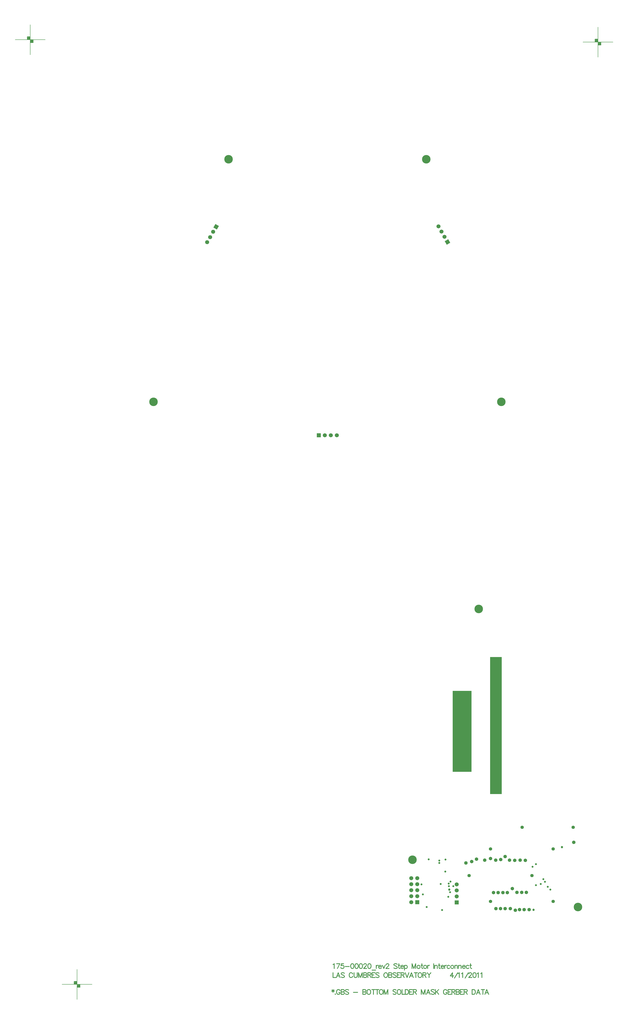
<source format=gbs>
%FSLAX23Y23*%
%MOIN*%
G70*
G01*
G75*
G04 Layer_Color=16711935*
%ADD10R,0.050X0.050*%
%ADD11R,0.022X0.085*%
%ADD12R,0.030X0.125*%
%ADD13O,0.069X0.012*%
%ADD14R,0.071X0.075*%
%ADD15O,0.024X0.010*%
%ADD16R,0.050X0.050*%
%ADD17C,0.010*%
%ADD18C,0.025*%
%ADD19C,0.030*%
%ADD20C,0.020*%
%ADD21C,0.005*%
%ADD22C,0.012*%
%ADD23C,0.008*%
%ADD24C,0.012*%
%ADD25C,0.012*%
%ADD26R,0.059X0.059*%
%ADD27C,0.059*%
%ADD28P,0.084X4X285.0*%
%ADD29C,0.047*%
%ADD30C,0.024*%
%ADD31R,0.059X0.059*%
%ADD32P,0.084X4X165.0*%
%ADD33C,0.134*%
%ADD34C,0.030*%
%ADD35C,0.050*%
%ADD36C,0.075*%
%ADD37C,0.010*%
%ADD38C,0.010*%
%ADD39C,0.024*%
%ADD40C,0.008*%
%ADD41C,0.007*%
%ADD42R,0.323X0.177*%
%ADD43R,0.058X0.058*%
%ADD44R,0.030X0.093*%
%ADD45R,0.038X0.133*%
%ADD46O,0.077X0.020*%
%ADD47R,0.079X0.083*%
%ADD48O,0.032X0.018*%
%ADD49R,0.058X0.058*%
%ADD50R,0.067X0.067*%
%ADD51C,0.067*%
%ADD52P,0.095X4X285.0*%
%ADD53C,0.055*%
%ADD54C,0.032*%
%ADD55R,0.067X0.067*%
%ADD56P,0.095X4X165.0*%
%ADD57C,0.142*%
%ADD58C,0.038*%
%ADD59C,0.058*%
%ADD60R,0.315X1.346*%
%ADD61R,0.196X2.281*%
D22*
X39060Y19499D02*
Y19453D01*
X39041Y19488D02*
X39079Y19465D01*
Y19488D02*
X39041Y19465D01*
X39099Y19427D02*
X39095Y19423D01*
X39099Y19419D01*
X39103Y19423D01*
X39099Y19427D01*
X39177Y19480D02*
X39173Y19488D01*
X39166Y19495D01*
X39158Y19499D01*
X39143D01*
X39135Y19495D01*
X39128Y19488D01*
X39124Y19480D01*
X39120Y19469D01*
Y19450D01*
X39124Y19438D01*
X39128Y19431D01*
X39135Y19423D01*
X39143Y19419D01*
X39158D01*
X39166Y19423D01*
X39173Y19431D01*
X39177Y19438D01*
Y19450D01*
X39158D02*
X39177D01*
X39196Y19499D02*
Y19419D01*
Y19499D02*
X39230D01*
X39241Y19495D01*
X39245Y19492D01*
X39249Y19484D01*
Y19476D01*
X39245Y19469D01*
X39241Y19465D01*
X39230Y19461D01*
X39196D02*
X39230D01*
X39241Y19457D01*
X39245Y19453D01*
X39249Y19446D01*
Y19434D01*
X39245Y19427D01*
X39241Y19423D01*
X39230Y19419D01*
X39196D01*
X39320Y19488D02*
X39313Y19495D01*
X39301Y19499D01*
X39286D01*
X39274Y19495D01*
X39267Y19488D01*
Y19480D01*
X39271Y19472D01*
X39274Y19469D01*
X39282Y19465D01*
X39305Y19457D01*
X39313Y19453D01*
X39316Y19450D01*
X39320Y19442D01*
Y19431D01*
X39313Y19423D01*
X39301Y19419D01*
X39286D01*
X39274Y19423D01*
X39267Y19431D01*
X39401Y19453D02*
X39469D01*
X39556Y19499D02*
Y19419D01*
Y19499D02*
X39590D01*
X39602Y19495D01*
X39605Y19492D01*
X39609Y19484D01*
Y19476D01*
X39605Y19469D01*
X39602Y19465D01*
X39590Y19461D01*
X39556D02*
X39590D01*
X39602Y19457D01*
X39605Y19453D01*
X39609Y19446D01*
Y19434D01*
X39605Y19427D01*
X39602Y19423D01*
X39590Y19419D01*
X39556D01*
X39650Y19499D02*
X39642Y19495D01*
X39635Y19488D01*
X39631Y19480D01*
X39627Y19469D01*
Y19450D01*
X39631Y19438D01*
X39635Y19431D01*
X39642Y19423D01*
X39650Y19419D01*
X39665D01*
X39673Y19423D01*
X39680Y19431D01*
X39684Y19438D01*
X39688Y19450D01*
Y19469D01*
X39684Y19480D01*
X39680Y19488D01*
X39673Y19495D01*
X39665Y19499D01*
X39650D01*
X39733D02*
Y19419D01*
X39707Y19499D02*
X39760D01*
X39796D02*
Y19419D01*
X39770Y19499D02*
X39823D01*
X39855D02*
X39848Y19495D01*
X39840Y19488D01*
X39836Y19480D01*
X39832Y19469D01*
Y19450D01*
X39836Y19438D01*
X39840Y19431D01*
X39848Y19423D01*
X39855Y19419D01*
X39870D01*
X39878Y19423D01*
X39886Y19431D01*
X39890Y19438D01*
X39893Y19450D01*
Y19469D01*
X39890Y19480D01*
X39886Y19488D01*
X39878Y19495D01*
X39870Y19499D01*
X39855D01*
X39912D02*
Y19419D01*
Y19499D02*
X39942Y19419D01*
X39973Y19499D02*
X39942Y19419D01*
X39973Y19499D02*
Y19419D01*
X40112Y19488D02*
X40104Y19495D01*
X40093Y19499D01*
X40078D01*
X40066Y19495D01*
X40059Y19488D01*
Y19480D01*
X40062Y19472D01*
X40066Y19469D01*
X40074Y19465D01*
X40097Y19457D01*
X40104Y19453D01*
X40108Y19450D01*
X40112Y19442D01*
Y19431D01*
X40104Y19423D01*
X40093Y19419D01*
X40078D01*
X40066Y19423D01*
X40059Y19431D01*
X40153Y19499D02*
X40145Y19495D01*
X40137Y19488D01*
X40134Y19480D01*
X40130Y19469D01*
Y19450D01*
X40134Y19438D01*
X40137Y19431D01*
X40145Y19423D01*
X40153Y19419D01*
X40168D01*
X40176Y19423D01*
X40183Y19431D01*
X40187Y19438D01*
X40191Y19450D01*
Y19469D01*
X40187Y19480D01*
X40183Y19488D01*
X40176Y19495D01*
X40168Y19499D01*
X40153D01*
X40209D02*
Y19419D01*
X40255D01*
X40264Y19499D02*
Y19419D01*
Y19499D02*
X40291D01*
X40302Y19495D01*
X40310Y19488D01*
X40313Y19480D01*
X40317Y19469D01*
Y19450D01*
X40313Y19438D01*
X40310Y19431D01*
X40302Y19423D01*
X40291Y19419D01*
X40264D01*
X40385Y19499D02*
X40335D01*
Y19419D01*
X40385D01*
X40335Y19461D02*
X40366D01*
X40398Y19499D02*
Y19419D01*
Y19499D02*
X40432D01*
X40444Y19495D01*
X40448Y19492D01*
X40451Y19484D01*
Y19476D01*
X40448Y19469D01*
X40444Y19465D01*
X40432Y19461D01*
X40398D01*
X40425D02*
X40451Y19419D01*
X40532Y19499D02*
Y19419D01*
Y19499D02*
X40563Y19419D01*
X40593Y19499D02*
X40563Y19419D01*
X40593Y19499D02*
Y19419D01*
X40677D02*
X40646Y19499D01*
X40616Y19419D01*
X40627Y19446D02*
X40665D01*
X40749Y19488D02*
X40741Y19495D01*
X40730Y19499D01*
X40714D01*
X40703Y19495D01*
X40695Y19488D01*
Y19480D01*
X40699Y19472D01*
X40703Y19469D01*
X40711Y19465D01*
X40734Y19457D01*
X40741Y19453D01*
X40745Y19450D01*
X40749Y19442D01*
Y19431D01*
X40741Y19423D01*
X40730Y19419D01*
X40714D01*
X40703Y19423D01*
X40695Y19431D01*
X40767Y19499D02*
Y19419D01*
X40820Y19499D02*
X40767Y19446D01*
X40786Y19465D02*
X40820Y19419D01*
X40958Y19480D02*
X40954Y19488D01*
X40946Y19495D01*
X40939Y19499D01*
X40924D01*
X40916Y19495D01*
X40908Y19488D01*
X40905Y19480D01*
X40901Y19469D01*
Y19450D01*
X40905Y19438D01*
X40908Y19431D01*
X40916Y19423D01*
X40924Y19419D01*
X40939D01*
X40946Y19423D01*
X40954Y19431D01*
X40958Y19438D01*
Y19450D01*
X40939D02*
X40958D01*
X41026Y19499D02*
X40976D01*
Y19419D01*
X41026D01*
X40976Y19461D02*
X41007D01*
X41039Y19499D02*
Y19419D01*
Y19499D02*
X41073D01*
X41085Y19495D01*
X41089Y19492D01*
X41092Y19484D01*
Y19476D01*
X41089Y19469D01*
X41085Y19465D01*
X41073Y19461D01*
X41039D01*
X41066D02*
X41092Y19419D01*
X41110Y19499D02*
Y19419D01*
Y19499D02*
X41145D01*
X41156Y19495D01*
X41160Y19492D01*
X41164Y19484D01*
Y19476D01*
X41160Y19469D01*
X41156Y19465D01*
X41145Y19461D01*
X41110D02*
X41145D01*
X41156Y19457D01*
X41160Y19453D01*
X41164Y19446D01*
Y19434D01*
X41160Y19427D01*
X41156Y19423D01*
X41145Y19419D01*
X41110D01*
X41231Y19499D02*
X41181D01*
Y19419D01*
X41231D01*
X41181Y19461D02*
X41212D01*
X41244Y19499D02*
Y19419D01*
Y19499D02*
X41279D01*
X41290Y19495D01*
X41294Y19492D01*
X41298Y19484D01*
Y19476D01*
X41294Y19469D01*
X41290Y19465D01*
X41279Y19461D01*
X41244D01*
X41271D02*
X41298Y19419D01*
X41378Y19499D02*
Y19419D01*
Y19499D02*
X41405D01*
X41416Y19495D01*
X41424Y19488D01*
X41428Y19480D01*
X41432Y19469D01*
Y19450D01*
X41428Y19438D01*
X41424Y19431D01*
X41416Y19423D01*
X41405Y19419D01*
X41378D01*
X41511D02*
X41480Y19499D01*
X41450Y19419D01*
X41461Y19446D02*
X41499D01*
X41556Y19499D02*
Y19419D01*
X41529Y19499D02*
X41583D01*
X41653Y19419D02*
X41622Y19499D01*
X41592Y19419D01*
X41603Y19446D02*
X41642D01*
D23*
X43223Y35265D02*
X43723D01*
X43473Y35015D02*
Y35515D01*
X43423Y35265D02*
Y35315D01*
X43473D01*
X43523Y35215D02*
Y35265D01*
X43473Y35215D02*
X43523D01*
X43478Y35260D02*
X43518D01*
Y35220D02*
Y35260D01*
X43478Y35220D02*
X43518D01*
X43478D02*
Y35260D01*
X43483Y35255D02*
X43513D01*
Y35225D02*
Y35255D01*
X43483Y35225D02*
X43513D01*
X43483D02*
Y35250D01*
X43488D02*
X43508D01*
Y35230D02*
Y35250D01*
X43488Y35230D02*
X43508D01*
X43488D02*
Y35245D01*
X43493D02*
X43503D01*
Y35235D02*
Y35245D01*
X43493Y35235D02*
X43503D01*
X43493D02*
Y35245D01*
Y35240D02*
X43503D01*
X43428Y35310D02*
X43468D01*
Y35270D02*
Y35310D01*
X43428Y35270D02*
X43468D01*
X43428D02*
Y35310D01*
X43433Y35305D02*
X43463D01*
Y35275D02*
Y35305D01*
X43433Y35275D02*
X43463D01*
X43433D02*
Y35300D01*
X43438D02*
X43458D01*
Y35280D02*
Y35300D01*
X43438Y35280D02*
X43458D01*
X43438D02*
Y35295D01*
X43443D02*
X43453D01*
Y35285D02*
Y35295D01*
X43443Y35285D02*
X43453D01*
X43443D02*
Y35295D01*
Y35290D02*
X43453D01*
X34548Y19586D02*
X35048D01*
X34798Y19336D02*
Y19836D01*
X34748Y19586D02*
Y19636D01*
X34798D01*
X34848Y19536D02*
Y19586D01*
X34798Y19536D02*
X34848D01*
X34803Y19581D02*
X34843D01*
Y19541D02*
Y19581D01*
X34803Y19541D02*
X34843D01*
X34803D02*
Y19581D01*
X34808Y19576D02*
X34838D01*
Y19546D02*
Y19576D01*
X34808Y19546D02*
X34838D01*
X34808D02*
Y19571D01*
X34813D02*
X34833D01*
Y19551D02*
Y19571D01*
X34813Y19551D02*
X34833D01*
X34813D02*
Y19566D01*
X34818D02*
X34828D01*
Y19556D02*
Y19566D01*
X34818Y19556D02*
X34828D01*
X34818D02*
Y19566D01*
Y19561D02*
X34828D01*
X34753Y19631D02*
X34793D01*
Y19591D02*
Y19631D01*
X34753Y19591D02*
X34793D01*
X34753D02*
Y19631D01*
X34758Y19626D02*
X34788D01*
Y19596D02*
Y19626D01*
X34758Y19596D02*
X34788D01*
X34758D02*
Y19621D01*
X34763D02*
X34783D01*
Y19601D02*
Y19621D01*
X34763Y19601D02*
X34783D01*
X34763D02*
Y19616D01*
X34768D02*
X34778D01*
Y19606D02*
Y19616D01*
X34768Y19606D02*
X34778D01*
X34768D02*
Y19616D01*
Y19611D02*
X34778D01*
X33767Y35306D02*
X34267D01*
X34017Y35056D02*
Y35556D01*
X33967Y35306D02*
Y35356D01*
X34017D01*
X34067Y35256D02*
Y35306D01*
X34017Y35256D02*
X34067D01*
X34022Y35301D02*
X34062D01*
Y35261D02*
Y35301D01*
X34022Y35261D02*
X34062D01*
X34022D02*
Y35301D01*
X34027Y35296D02*
X34057D01*
Y35266D02*
Y35296D01*
X34027Y35266D02*
X34057D01*
X34027D02*
Y35291D01*
X34032D02*
X34052D01*
Y35271D02*
Y35291D01*
X34032Y35271D02*
X34052D01*
X34032D02*
Y35286D01*
X34037D02*
X34047D01*
Y35276D02*
Y35286D01*
X34037Y35276D02*
X34047D01*
X34037D02*
Y35286D01*
Y35281D02*
X34047D01*
X33972Y35351D02*
X34012D01*
Y35311D02*
Y35351D01*
X33972Y35311D02*
X34012D01*
X33972D02*
Y35351D01*
X33977Y35346D02*
X34007D01*
Y35316D02*
Y35346D01*
X33977Y35316D02*
X34007D01*
X33977D02*
Y35341D01*
X33982D02*
X34002D01*
Y35321D02*
Y35341D01*
X33982Y35321D02*
X34002D01*
X33982D02*
Y35336D01*
X33987D02*
X33997D01*
Y35326D02*
Y35336D01*
X33987Y35326D02*
X33997D01*
X33987D02*
Y35336D01*
Y35331D02*
X33997D01*
D24*
X39062Y19915D02*
X39069Y19918D01*
X39081Y19930D01*
Y19850D01*
X39174Y19930D02*
X39135Y19850D01*
X39120Y19930D02*
X39174D01*
X39237D02*
X39199D01*
X39195Y19895D01*
X39199Y19899D01*
X39211Y19903D01*
X39222D01*
X39233Y19899D01*
X39241Y19892D01*
X39245Y19880D01*
Y19873D01*
X39241Y19861D01*
X39233Y19854D01*
X39222Y19850D01*
X39211D01*
X39199Y19854D01*
X39195Y19857D01*
X39191Y19865D01*
X39263Y19884D02*
X39331D01*
X39378Y19930D02*
X39366Y19926D01*
X39359Y19915D01*
X39355Y19895D01*
Y19884D01*
X39359Y19865D01*
X39366Y19854D01*
X39378Y19850D01*
X39385D01*
X39397Y19854D01*
X39404Y19865D01*
X39408Y19884D01*
Y19895D01*
X39404Y19915D01*
X39397Y19926D01*
X39385Y19930D01*
X39378D01*
X39449D02*
X39438Y19926D01*
X39430Y19915D01*
X39426Y19895D01*
Y19884D01*
X39430Y19865D01*
X39438Y19854D01*
X39449Y19850D01*
X39457D01*
X39468Y19854D01*
X39476Y19865D01*
X39479Y19884D01*
Y19895D01*
X39476Y19915D01*
X39468Y19926D01*
X39457Y19930D01*
X39449D01*
X39520D02*
X39509Y19926D01*
X39501Y19915D01*
X39497Y19895D01*
Y19884D01*
X39501Y19865D01*
X39509Y19854D01*
X39520Y19850D01*
X39528D01*
X39539Y19854D01*
X39547Y19865D01*
X39551Y19884D01*
Y19895D01*
X39547Y19915D01*
X39539Y19926D01*
X39528Y19930D01*
X39520D01*
X39572Y19911D02*
Y19915D01*
X39576Y19922D01*
X39580Y19926D01*
X39588Y19930D01*
X39603D01*
X39610Y19926D01*
X39614Y19922D01*
X39618Y19915D01*
Y19907D01*
X39614Y19899D01*
X39607Y19888D01*
X39569Y19850D01*
X39622D01*
X39663Y19930D02*
X39651Y19926D01*
X39644Y19915D01*
X39640Y19895D01*
Y19884D01*
X39644Y19865D01*
X39651Y19854D01*
X39663Y19850D01*
X39670D01*
X39682Y19854D01*
X39689Y19865D01*
X39693Y19884D01*
Y19895D01*
X39689Y19915D01*
X39682Y19926D01*
X39670Y19930D01*
X39663D01*
X39711Y19823D02*
X39772D01*
X39782Y19903D02*
Y19850D01*
Y19880D02*
X39786Y19892D01*
X39794Y19899D01*
X39801Y19903D01*
X39813D01*
X39820Y19880D02*
X39866D01*
Y19888D01*
X39862Y19895D01*
X39858Y19899D01*
X39850Y19903D01*
X39839D01*
X39831Y19899D01*
X39824Y19892D01*
X39820Y19880D01*
Y19873D01*
X39824Y19861D01*
X39831Y19854D01*
X39839Y19850D01*
X39850D01*
X39858Y19854D01*
X39866Y19861D01*
X39883Y19903D02*
X39906Y19850D01*
X39928Y19903D02*
X39906Y19850D01*
X39945Y19911D02*
Y19915D01*
X39949Y19922D01*
X39953Y19926D01*
X39960Y19930D01*
X39976D01*
X39983Y19926D01*
X39987Y19922D01*
X39991Y19915D01*
Y19907D01*
X39987Y19899D01*
X39979Y19888D01*
X39941Y19850D01*
X39995D01*
X40129Y19918D02*
X40121Y19926D01*
X40110Y19930D01*
X40095D01*
X40083Y19926D01*
X40075Y19918D01*
Y19911D01*
X40079Y19903D01*
X40083Y19899D01*
X40091Y19895D01*
X40114Y19888D01*
X40121Y19884D01*
X40125Y19880D01*
X40129Y19873D01*
Y19861D01*
X40121Y19854D01*
X40110Y19850D01*
X40095D01*
X40083Y19854D01*
X40075Y19861D01*
X40158Y19930D02*
Y19865D01*
X40162Y19854D01*
X40170Y19850D01*
X40177D01*
X40147Y19903D02*
X40173D01*
X40189Y19880D02*
X40234D01*
Y19888D01*
X40230Y19895D01*
X40227Y19899D01*
X40219Y19903D01*
X40208D01*
X40200Y19899D01*
X40192Y19892D01*
X40189Y19880D01*
Y19873D01*
X40192Y19861D01*
X40200Y19854D01*
X40208Y19850D01*
X40219D01*
X40227Y19854D01*
X40234Y19861D01*
X40251Y19903D02*
Y19823D01*
Y19892D02*
X40259Y19899D01*
X40267Y19903D01*
X40278D01*
X40286Y19899D01*
X40293Y19892D01*
X40297Y19880D01*
Y19873D01*
X40293Y19861D01*
X40286Y19854D01*
X40278Y19850D01*
X40267D01*
X40259Y19854D01*
X40251Y19861D01*
X40377Y19930D02*
Y19850D01*
Y19930D02*
X40408Y19850D01*
X40438Y19930D02*
X40408Y19850D01*
X40438Y19930D02*
Y19850D01*
X40480Y19903D02*
X40472Y19899D01*
X40465Y19892D01*
X40461Y19880D01*
Y19873D01*
X40465Y19861D01*
X40472Y19854D01*
X40480Y19850D01*
X40491D01*
X40499Y19854D01*
X40507Y19861D01*
X40510Y19873D01*
Y19880D01*
X40507Y19892D01*
X40499Y19899D01*
X40491Y19903D01*
X40480D01*
X40539Y19930D02*
Y19865D01*
X40543Y19854D01*
X40551Y19850D01*
X40558D01*
X40528Y19903D02*
X40555D01*
X40589D02*
X40581Y19899D01*
X40574Y19892D01*
X40570Y19880D01*
Y19873D01*
X40574Y19861D01*
X40581Y19854D01*
X40589Y19850D01*
X40600D01*
X40608Y19854D01*
X40616Y19861D01*
X40619Y19873D01*
Y19880D01*
X40616Y19892D01*
X40608Y19899D01*
X40600Y19903D01*
X40589D01*
X40637D02*
Y19850D01*
Y19880D02*
X40641Y19892D01*
X40648Y19899D01*
X40656Y19903D01*
X40667D01*
X40737Y19930D02*
Y19850D01*
X40754Y19903D02*
Y19850D01*
Y19888D02*
X40766Y19899D01*
X40773Y19903D01*
X40785D01*
X40792Y19899D01*
X40796Y19888D01*
Y19850D01*
X40828Y19930D02*
Y19865D01*
X40832Y19854D01*
X40840Y19850D01*
X40848D01*
X40817Y19903D02*
X40844D01*
X40859Y19880D02*
X40905D01*
Y19888D01*
X40901Y19895D01*
X40897Y19899D01*
X40889Y19903D01*
X40878D01*
X40870Y19899D01*
X40863Y19892D01*
X40859Y19880D01*
Y19873D01*
X40863Y19861D01*
X40870Y19854D01*
X40878Y19850D01*
X40889D01*
X40897Y19854D01*
X40905Y19861D01*
X40922Y19903D02*
Y19850D01*
Y19880D02*
X40926Y19892D01*
X40933Y19899D01*
X40941Y19903D01*
X40952D01*
X41005Y19892D02*
X40998Y19899D01*
X40990Y19903D01*
X40979D01*
X40971Y19899D01*
X40963Y19892D01*
X40959Y19880D01*
Y19873D01*
X40963Y19861D01*
X40971Y19854D01*
X40979Y19850D01*
X40990D01*
X40998Y19854D01*
X41005Y19861D01*
X41041Y19903D02*
X41034Y19899D01*
X41026Y19892D01*
X41022Y19880D01*
Y19873D01*
X41026Y19861D01*
X41034Y19854D01*
X41041Y19850D01*
X41053D01*
X41060Y19854D01*
X41068Y19861D01*
X41072Y19873D01*
Y19880D01*
X41068Y19892D01*
X41060Y19899D01*
X41053Y19903D01*
X41041D01*
X41089D02*
Y19850D01*
Y19888D02*
X41101Y19899D01*
X41108Y19903D01*
X41120D01*
X41127Y19899D01*
X41131Y19888D01*
Y19850D01*
X41152Y19903D02*
Y19850D01*
Y19888D02*
X41164Y19899D01*
X41171Y19903D01*
X41183D01*
X41190Y19899D01*
X41194Y19888D01*
Y19850D01*
X41215Y19880D02*
X41261D01*
Y19888D01*
X41257Y19895D01*
X41253Y19899D01*
X41246Y19903D01*
X41234D01*
X41226Y19899D01*
X41219Y19892D01*
X41215Y19880D01*
Y19873D01*
X41219Y19861D01*
X41226Y19854D01*
X41234Y19850D01*
X41246D01*
X41253Y19854D01*
X41261Y19861D01*
X41324Y19892D02*
X41316Y19899D01*
X41308Y19903D01*
X41297D01*
X41289Y19899D01*
X41282Y19892D01*
X41278Y19880D01*
Y19873D01*
X41282Y19861D01*
X41289Y19854D01*
X41297Y19850D01*
X41308D01*
X41316Y19854D01*
X41324Y19861D01*
X41352Y19930D02*
Y19865D01*
X41356Y19854D01*
X41364Y19850D01*
X41371D01*
X41341Y19903D02*
X41367D01*
D25*
X39062Y19780D02*
Y19700D01*
X39107D01*
X39177D02*
X39147Y19780D01*
X39116Y19700D01*
X39127Y19726D02*
X39166D01*
X39249Y19768D02*
X39241Y19776D01*
X39230Y19780D01*
X39215D01*
X39203Y19776D01*
X39196Y19768D01*
Y19761D01*
X39199Y19753D01*
X39203Y19749D01*
X39211Y19745D01*
X39234Y19738D01*
X39241Y19734D01*
X39245Y19730D01*
X39249Y19723D01*
Y19711D01*
X39241Y19704D01*
X39230Y19700D01*
X39215D01*
X39203Y19704D01*
X39196Y19711D01*
X39387Y19761D02*
X39383Y19768D01*
X39375Y19776D01*
X39368Y19780D01*
X39353D01*
X39345Y19776D01*
X39337Y19768D01*
X39334Y19761D01*
X39330Y19749D01*
Y19730D01*
X39334Y19719D01*
X39337Y19711D01*
X39345Y19704D01*
X39353Y19700D01*
X39368D01*
X39375Y19704D01*
X39383Y19711D01*
X39387Y19719D01*
X39409Y19780D02*
Y19723D01*
X39413Y19711D01*
X39421Y19704D01*
X39432Y19700D01*
X39440D01*
X39451Y19704D01*
X39459Y19711D01*
X39463Y19723D01*
Y19780D01*
X39485D02*
Y19700D01*
Y19780D02*
X39515Y19700D01*
X39546Y19780D02*
X39515Y19700D01*
X39546Y19780D02*
Y19700D01*
X39569Y19780D02*
Y19700D01*
Y19780D02*
X39603D01*
X39614Y19776D01*
X39618Y19772D01*
X39622Y19764D01*
Y19757D01*
X39618Y19749D01*
X39614Y19745D01*
X39603Y19742D01*
X39569D02*
X39603D01*
X39614Y19738D01*
X39618Y19734D01*
X39622Y19726D01*
Y19715D01*
X39618Y19707D01*
X39614Y19704D01*
X39603Y19700D01*
X39569D01*
X39640Y19780D02*
Y19700D01*
Y19780D02*
X39674D01*
X39685Y19776D01*
X39689Y19772D01*
X39693Y19764D01*
Y19757D01*
X39689Y19749D01*
X39685Y19745D01*
X39674Y19742D01*
X39640D01*
X39666D02*
X39693Y19700D01*
X39760Y19780D02*
X39711D01*
Y19700D01*
X39760D01*
X39711Y19742D02*
X39741D01*
X39827Y19768D02*
X39820Y19776D01*
X39808Y19780D01*
X39793D01*
X39781Y19776D01*
X39774Y19768D01*
Y19761D01*
X39778Y19753D01*
X39781Y19749D01*
X39789Y19745D01*
X39812Y19738D01*
X39820Y19734D01*
X39823Y19730D01*
X39827Y19723D01*
Y19711D01*
X39820Y19704D01*
X39808Y19700D01*
X39793D01*
X39781Y19704D01*
X39774Y19711D01*
X39931Y19780D02*
X39923Y19776D01*
X39916Y19768D01*
X39912Y19761D01*
X39908Y19749D01*
Y19730D01*
X39912Y19719D01*
X39916Y19711D01*
X39923Y19704D01*
X39931Y19700D01*
X39946D01*
X39954Y19704D01*
X39961Y19711D01*
X39965Y19719D01*
X39969Y19730D01*
Y19749D01*
X39965Y19761D01*
X39961Y19768D01*
X39954Y19776D01*
X39946Y19780D01*
X39931D01*
X39987D02*
Y19700D01*
Y19780D02*
X40022D01*
X40033Y19776D01*
X40037Y19772D01*
X40041Y19764D01*
Y19757D01*
X40037Y19749D01*
X40033Y19745D01*
X40022Y19742D01*
X39987D02*
X40022D01*
X40033Y19738D01*
X40037Y19734D01*
X40041Y19726D01*
Y19715D01*
X40037Y19707D01*
X40033Y19704D01*
X40022Y19700D01*
X39987D01*
X40112Y19768D02*
X40104Y19776D01*
X40093Y19780D01*
X40078D01*
X40066Y19776D01*
X40059Y19768D01*
Y19761D01*
X40063Y19753D01*
X40066Y19749D01*
X40074Y19745D01*
X40097Y19738D01*
X40104Y19734D01*
X40108Y19730D01*
X40112Y19723D01*
Y19711D01*
X40104Y19704D01*
X40093Y19700D01*
X40078D01*
X40066Y19704D01*
X40059Y19711D01*
X40179Y19780D02*
X40130D01*
Y19700D01*
X40179D01*
X40130Y19742D02*
X40160D01*
X40193Y19780D02*
Y19700D01*
Y19780D02*
X40227D01*
X40238Y19776D01*
X40242Y19772D01*
X40246Y19764D01*
Y19757D01*
X40242Y19749D01*
X40238Y19745D01*
X40227Y19742D01*
X40193D01*
X40219D02*
X40246Y19700D01*
X40264Y19780D02*
X40294Y19700D01*
X40325Y19780D02*
X40294Y19700D01*
X40396D02*
X40366Y19780D01*
X40335Y19700D01*
X40347Y19726D02*
X40385D01*
X40441Y19780D02*
Y19700D01*
X40415Y19780D02*
X40468D01*
X40501D02*
X40493Y19776D01*
X40485Y19768D01*
X40481Y19761D01*
X40478Y19749D01*
Y19730D01*
X40481Y19719D01*
X40485Y19711D01*
X40493Y19704D01*
X40501Y19700D01*
X40516D01*
X40523Y19704D01*
X40531Y19711D01*
X40535Y19719D01*
X40539Y19730D01*
Y19749D01*
X40535Y19761D01*
X40531Y19768D01*
X40523Y19776D01*
X40516Y19780D01*
X40501D01*
X40557D02*
Y19700D01*
Y19780D02*
X40592D01*
X40603Y19776D01*
X40607Y19772D01*
X40611Y19764D01*
Y19757D01*
X40607Y19749D01*
X40603Y19745D01*
X40592Y19742D01*
X40557D01*
X40584D02*
X40611Y19700D01*
X40629Y19780D02*
X40659Y19742D01*
Y19700D01*
X40689Y19780D02*
X40659Y19742D01*
X41052Y19780D02*
X41014Y19726D01*
X41071D01*
X41052Y19780D02*
Y19700D01*
X41085Y19688D02*
X41138Y19780D01*
X41144Y19764D02*
X41151Y19768D01*
X41163Y19780D01*
Y19700D01*
X41202Y19764D02*
X41210Y19768D01*
X41222Y19780D01*
Y19700D01*
X41261Y19688D02*
X41314Y19780D01*
X41324Y19761D02*
Y19764D01*
X41327Y19772D01*
X41331Y19776D01*
X41339Y19780D01*
X41354D01*
X41362Y19776D01*
X41365Y19772D01*
X41369Y19764D01*
Y19757D01*
X41365Y19749D01*
X41358Y19738D01*
X41320Y19700D01*
X41373D01*
X41414Y19780D02*
X41402Y19776D01*
X41395Y19764D01*
X41391Y19745D01*
Y19734D01*
X41395Y19715D01*
X41402Y19704D01*
X41414Y19700D01*
X41421D01*
X41433Y19704D01*
X41441Y19715D01*
X41444Y19734D01*
Y19745D01*
X41441Y19764D01*
X41433Y19776D01*
X41421Y19780D01*
X41414D01*
X41462Y19764D02*
X41470Y19768D01*
X41481Y19780D01*
Y19700D01*
X41521Y19764D02*
X41528Y19768D01*
X41540Y19780D01*
Y19700D01*
D50*
X40464Y20954D02*
D03*
X41120Y20951D02*
D03*
D51*
X40364Y20954D02*
D03*
X40464Y21054D02*
D03*
X40364Y21054D02*
D03*
X40464Y21154D02*
D03*
X40364D02*
D03*
X40464Y21254D02*
D03*
X40364D02*
D03*
X40464Y21354D02*
D03*
X40364D02*
D03*
X36963Y31935D02*
D03*
X37013Y32021D02*
D03*
X37063Y32108D02*
D03*
X41120Y21251D02*
D03*
Y21151D02*
D03*
Y21051D02*
D03*
X39123Y28724D02*
D03*
X39023D02*
D03*
X38923D02*
D03*
X40818Y32199D02*
D03*
X40868Y32113D02*
D03*
X40918Y32026D02*
D03*
D52*
X37113Y32194D02*
D03*
D53*
X41328Y21396D02*
D03*
X42373D02*
D03*
X42211Y22201D02*
D03*
X43060D02*
D03*
X41683Y21841D02*
D03*
X42728Y21841D02*
D03*
X41683Y20966D02*
D03*
X42728Y20966D02*
D03*
D54*
X40832Y21607D02*
D03*
Y21646D02*
D03*
X42442Y21237D02*
D03*
X42519Y21257D02*
D03*
X42565Y21335D02*
D03*
X42592Y21294D02*
D03*
X42638Y21211D02*
D03*
X40988Y21264D02*
D03*
X40878Y20824D02*
D03*
X40620Y20873D02*
D03*
X40930Y21463D02*
D03*
X40982Y21043D02*
D03*
X40855Y21256D02*
D03*
X40535Y21251D02*
D03*
X40557Y21083D02*
D03*
X42440Y21587D02*
D03*
X40933Y21663D02*
D03*
X40655Y21667D02*
D03*
X42385Y21542D02*
D03*
X40990Y21218D02*
D03*
X41018Y21295D02*
D03*
X42679Y21163D02*
D03*
X41010Y21119D02*
D03*
X41063Y21219D02*
D03*
D55*
X38823Y28724D02*
D03*
D56*
X40968Y31939D02*
D03*
D57*
X41865Y29279D02*
D03*
X40613Y33315D02*
D03*
X37321D02*
D03*
X36069Y29279D02*
D03*
X41487Y25834D02*
D03*
X43140Y20874D02*
D03*
X40384Y21661D02*
D03*
D58*
X40997Y21163D02*
D03*
X42400Y20826D02*
D03*
X42874Y21870D02*
D03*
D59*
X41683Y21679D02*
D03*
X41855Y21662D02*
D03*
X41588Y21654D02*
D03*
X41451Y21671D02*
D03*
X41370Y21631D02*
D03*
X41274Y21607D02*
D03*
X42002Y21653D02*
D03*
X42087Y21651D02*
D03*
X42178Y21653D02*
D03*
X42263Y21649D02*
D03*
X41928Y21713D02*
D03*
X41927Y20846D02*
D03*
X41852D02*
D03*
X41773D02*
D03*
X42014D02*
D03*
X41733Y21113D02*
D03*
X41812D02*
D03*
X41890D02*
D03*
X41965D02*
D03*
X42048Y21180D02*
D03*
X42124Y21115D02*
D03*
X42204D02*
D03*
X42280D02*
D03*
X43070Y21949D02*
D03*
X42096Y20820D02*
D03*
X42166Y20828D02*
D03*
X42244D02*
D03*
X42326D02*
D03*
X41770Y21653D02*
D03*
D60*
X41210Y23795D02*
D03*
D61*
X41773Y23892D02*
D03*
M02*

</source>
